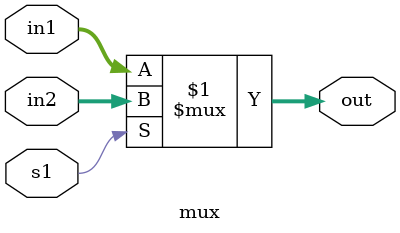
<source format=v>
`timescale 1ns / 1ps


module mux(s1, in1, in2, out);

input s1;
input [7:0] in1, in2;
output [7:0] out;


assign out = s1 ? in2 : in1;
endmodule

</source>
